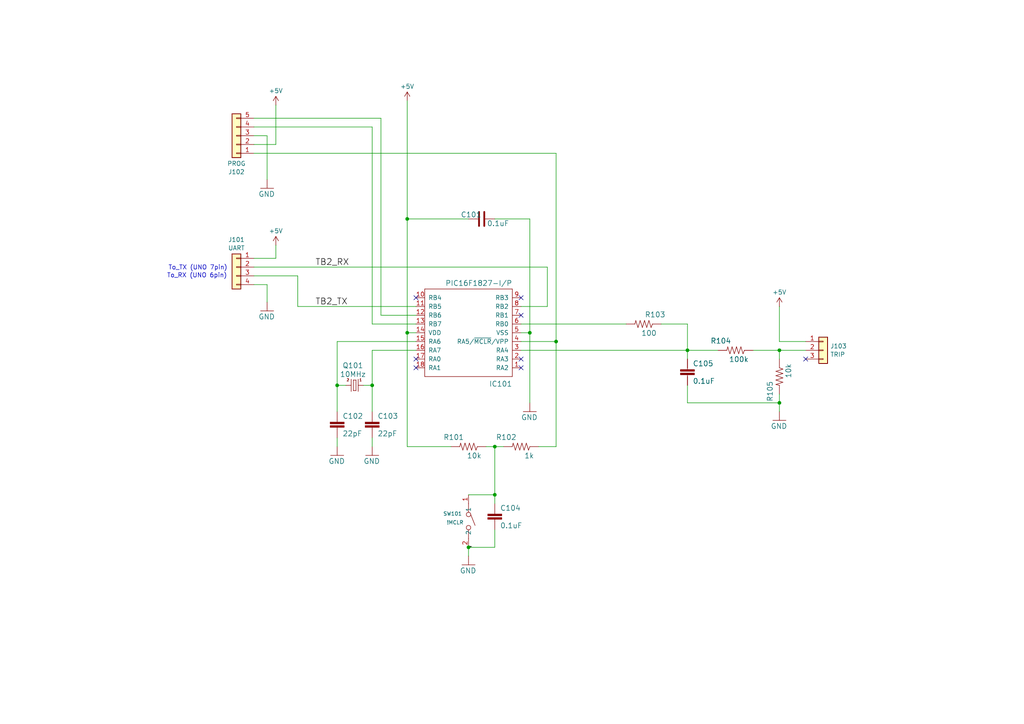
<source format=kicad_sch>
(kicad_sch (version 20231120) (generator "eeschema") (generator_version "8.0")
  (paper "A4")
  (title_block (title "M252 TB2 adapter for M302") (date "2024-12-12") (rev "2.00") (company "YS Lab") (comment 1 "for VOLTERA machine"))
  (lib_symbols
    (symbol "001-eagle-import:C2,5-3" (pin_names (offset 1.016))
      (property "Reference" "C" (at 1.524 0.381 0))
      (property "Value" "C2,5-3" (at 1.524 -4.699 0))
      (symbol "C2,5-3_1_0"
        (rectangle (start -2.032 -2.032) (end 2.032 -1.524) (fill (type outline)))
        (rectangle (start -2.032 -1.016) (end 2.032 -0.508) (fill (type outline)))
        (polyline (pts (xy 0 -2.54) (xy 0 -2.032)))
        (polyline (pts (xy 0 0) (xy 0 -0.508)))
        (pin passive line (at 0 2.54 270) (length 2.54) (name "1") (number "1"))
        (pin passive line (at 0 -5.08 90) (length 2.54) (name "2") (number "2"))
      )
    )
    (symbol "001-eagle-import:CRYSTALHC49S" (pin_names (offset 1.016))
      (property "Reference" "Q" (at 2.54 1.016 0))
      (property "Value" "CRYSTALHC49S" (at 2.54 -2.54 0))
      (symbol "CRYSTALHC49S_1_0"
        (polyline (pts (xy -2.54 0) (xy -1.016 0)))
        (polyline (pts (xy -1.016 1.778) (xy -1.016 -1.778)))
        (polyline (pts (xy -0.381 -1.524) (xy 0.381 -1.524)))
        (polyline (pts (xy -0.381 1.524) (xy -0.381 -1.524)))
        (polyline (pts (xy 0.381 -1.524) (xy 0.381 1.524)))
        (polyline (pts (xy 0.381 1.524) (xy -0.381 1.524)))
        (polyline (pts (xy 1.016 0) (xy 2.54 0)))
        (polyline (pts (xy 1.016 1.778) (xy 1.016 -1.778)))
        (text "1" (at -2.159 -1.143 0) (effects (font (size 0.7112 0.7112)) (justify left bottom)))
        (text "2" (at 1.524 -1.143 0) (effects (font (size 0.7112 0.7112)) (justify left bottom)))
        (pin passive line (at -2.54 0 0) (length 0) (name "1") (number "1"))
        (pin passive line (at 2.54 0 180) (length 0) (name "2") (number "2"))
      )
    )
    (symbol "001-eagle-import:DIP-BUTTON(2P-6.0X3.0X4.3MM)-TS-1101F" (pin_names (offset 1.016))
      (property "Reference" "SW" (at -7.62 1.27 0))
      (property "Value" "DIP-BUTTON(2P-6.0X3.0X4.3MM)-TS-1101F" (at 1.27 1.27 0))
      (symbol "DIP-BUTTON(2P-6.0X3.0X4.3MM)-TS-1101F_1_0"
        (circle (center -1.905 0) (radius 0.635) (stroke (width 0.1524)))
        (polyline (pts (xy -5.08 0) (xy -2.54 0)))
        (polyline (pts (xy -1.905 0.635) (xy 1.27 1.905)))
        (polyline (pts (xy 2.54 0) (xy 5.08 0)))
        (circle (center 1.905 0) (radius 0.635) (stroke (width 0.1524)))
        (pin bidirectional line (at -7.62 0 0) (length 2.54) (name "1") (number "1"))
        (pin bidirectional line (at 7.62 0 180) (length 2.54) (name "2") (number "2"))
      )
    )
    (symbol "001-eagle-import:GND" (power) (pin_names (offset 1.016))
      (property "Value" "GND" (at -2.54 -2.54 0))
      (symbol "GND_1_0"
        (polyline (pts (xy -1.905 0) (xy 1.905 0)))
        (pin power_in line (at 0 2.54 270) (length 2.54) (name "GND") (number "1"))
      )
    )
    (symbol "001-eagle-import:PIC16F1826_27P" (pin_names (offset 1.016))
      (property "Reference" "IC" (at -12.7 13.97 0))
      (property "Value" "PIC16F1826_27P" (at -12.7 -15.24 0))
      (symbol "PIC16F1826_27P_1_0"
        (polyline (pts (xy -12.7 -12.7) (xy -12.7 12.7)))
        (polyline (pts (xy -12.7 12.7) (xy 12.7 12.7)))
        (polyline (pts (xy 12.7 -12.7) (xy -12.7 -12.7)))
        (polyline (pts (xy 12.7 12.7) (xy 12.7 -12.7)))
        (pin bidirectional line (at -15.24 10.16 0) (length 2.54) (name "RA2") (number "1"))
        (pin bidirectional line (at 15.24 -10.16 180) (length 2.54) (name "RB4") (number "10"))
        (pin bidirectional line (at 15.24 -7.62 180) (length 2.54) (name "RB5") (number "11"))
        (pin bidirectional line (at 15.24 -5.08 180) (length 2.54) (name "RB6") (number "12"))
        (pin bidirectional line (at 15.24 -2.54 180) (length 2.54) (name "RB7") (number "13"))
        (pin power_in line (at 15.24 0 180) (length 2.54) (name "VDD") (number "14"))
        (pin bidirectional line (at 15.24 2.54 180) (length 2.54) (name "RA6") (number "15"))
        (pin bidirectional line (at 15.24 5.08 180) (length 2.54) (name "RA7") (number "16"))
        (pin bidirectional line (at 15.24 7.62 180) (length 2.54) (name "RA0") (number "17"))
        (pin bidirectional line (at 15.24 10.16 180) (length 2.54) (name "RA1") (number "18"))
        (pin bidirectional line (at -15.24 7.62 0) (length 2.54) (name "RA3") (number "2"))
        (pin bidirectional line (at -15.24 5.08 0) (length 2.54) (name "RA4") (number "3"))
        (pin bidirectional line (at -15.24 2.54 0) (length 2.54) (name "RA5/~{MCLR}/VPP") (number "4"))
        (pin power_in line (at -15.24 0 0) (length 2.54) (name "VSS") (number "5"))
        (pin bidirectional line (at -15.24 -2.54 0) (length 2.54) (name "RB0") (number "6"))
        (pin bidirectional line (at -15.24 -5.08 0) (length 2.54) (name "RB1") (number "7"))
        (pin bidirectional line (at -15.24 -7.62 0) (length 2.54) (name "RB2") (number "8"))
        (pin bidirectional line (at -15.24 -10.16 0) (length 2.54) (name "RB3") (number "9"))
      )
    )
    (symbol "001-eagle-import:R-US_0204_7" (pin_names (offset 1.016))
      (property "Reference" "R" (at -3.81 1.4986 0))
      (property "Value" "R-US_0204_7" (at -3.81 -3.302 0))
      (symbol "R-US_0204_7_1_0"
        (polyline (pts (xy -2.54 0) (xy -2.159 1.016)))
        (polyline (pts (xy -2.159 1.016) (xy -1.524 -1.016)))
        (polyline (pts (xy -1.524 -1.016) (xy -0.889 1.016)))
        (polyline (pts (xy -0.889 1.016) (xy -0.254 -1.016)))
        (polyline (pts (xy -0.254 -1.016) (xy 0.381 1.016)))
        (polyline (pts (xy 0.381 1.016) (xy 1.016 -1.016)))
        (polyline (pts (xy 1.016 -1.016) (xy 1.651 1.016)))
        (polyline (pts (xy 1.651 1.016) (xy 2.286 -1.016)))
        (polyline (pts (xy 2.286 -1.016) (xy 2.54 0)))
        (pin passive line (at -5.08 0 0) (length 2.54) (name "1") (number "1"))
        (pin passive line (at 5.08 0 180) (length 2.54) (name "2") (number "2"))
      )
    )
    (symbol "Connector_Generic:Conn_01x03" (pin_names (offset 1.016) hide)
      (property "Reference" "J" (at 0 5.08 0))
      (property "Value" "Conn_01x03" (at 0 -5.08 0))
      (symbol "Conn_01x03_1_1"
        (rectangle (start -1.27 -2.413) (end 0 -2.667) (stroke (width 0.1524)))
        (rectangle (start -1.27 0.127) (end 0 -0.127) (stroke (width 0.1524)))
        (rectangle (start -1.27 2.667) (end 0 2.413) (stroke (width 0.1524)))
        (rectangle (start -1.27 3.81) (end 1.27 -3.81) (stroke (width 0.254)) (fill (type background)))
        (pin passive line (at -5.08 2.54 0) (length 3.81) (name "Pin_1") (number "1"))
        (pin passive line (at -5.08 0 0) (length 3.81) (name "Pin_2") (number "2"))
        (pin passive line (at -5.08 -2.54 0) (length 3.81) (name "Pin_3") (number "3"))
      )
    )
    (symbol "Connector_Generic:Conn_01x04" (pin_names (offset 1.016) hide)
      (property "Reference" "J" (at 0 5.08 0))
      (property "Value" "Conn_01x04" (at 0 -7.62 0))
      (symbol "Conn_01x04_1_1"
        (rectangle (start -1.27 -4.953) (end 0 -5.207) (stroke (width 0.1524)))
        (rectangle (start -1.27 -2.413) (end 0 -2.667) (stroke (width 0.1524)))
        (rectangle (start -1.27 0.127) (end 0 -0.127) (stroke (width 0.1524)))
        (rectangle (start -1.27 2.667) (end 0 2.413) (stroke (width 0.1524)))
        (rectangle (start -1.27 3.81) (end 1.27 -6.35) (stroke (width 0.254)) (fill (type background)))
        (pin passive line (at -5.08 2.54 0) (length 3.81) (name "Pin_1") (number "1"))
        (pin passive line (at -5.08 0 0) (length 3.81) (name "Pin_2") (number "2"))
        (pin passive line (at -5.08 -2.54 0) (length 3.81) (name "Pin_3") (number "3"))
        (pin passive line (at -5.08 -5.08 0) (length 3.81) (name "Pin_4") (number "4"))
      )
    )
    (symbol "Connector_Generic:Conn_01x05" (pin_names (offset 1.016) hide)
      (property "Reference" "J" (at 0 7.62 0))
      (property "Value" "Conn_01x05" (at 0 -7.62 0))
      (symbol "Conn_01x05_1_1"
        (rectangle (start -1.27 -4.953) (end 0 -5.207) (stroke (width 0.1524)))
        (rectangle (start -1.27 -2.413) (end 0 -2.667) (stroke (width 0.1524)))
        (rectangle (start -1.27 0.127) (end 0 -0.127) (stroke (width 0.1524)))
        (rectangle (start -1.27 2.667) (end 0 2.413) (stroke (width 0.1524)))
        (rectangle (start -1.27 5.207) (end 0 4.953) (stroke (width 0.1524)))
        (rectangle (start -1.27 6.35) (end 1.27 -6.35) (stroke (width 0.254)) (fill (type background)))
        (pin passive line (at -5.08 5.08 0) (length 3.81) (name "Pin_1") (number "1"))
        (pin passive line (at -5.08 2.54 0) (length 3.81) (name "Pin_2") (number "2"))
        (pin passive line (at -5.08 0 0) (length 3.81) (name "Pin_3") (number "3"))
        (pin passive line (at -5.08 -2.54 0) (length 3.81) (name "Pin_4") (number "4"))
        (pin passive line (at -5.08 -5.08 0) (length 3.81) (name "Pin_5") (number "5"))
      )
    )
    (symbol "Device:C" (pin_numbers hide) (pin_names (offset 0.254))
      (property "Reference" "C" (at 0.635 2.54 0))
      (property "Value" "C" (at 0.635 -2.54 0))
      (symbol "C_0_1"
        (polyline (pts (xy -2.032 -0.762) (xy 2.032 -0.762)) (stroke (width 0.508)))
        (polyline (pts (xy -2.032 0.762) (xy 2.032 0.762)) (stroke (width 0.508)))
      )
      (symbol "C_1_1"
        (pin passive line (at 0 3.81 270) (length 2.794) (name "~") (number "1"))
        (pin passive line (at 0 -3.81 90) (length 2.794) (name "~") (number "2"))
      )
    )
    (symbol "power:+5V" (power) (pin_numbers hide) (pin_names (offset 0) hide)
      (property "Value" "+5V" (at 0 3.556 0))
      (symbol "+5V_0_1"
        (polyline (pts (xy -0.762 1.27) (xy 0 2.54)))
        (polyline (pts (xy 0 0) (xy 0 2.54)))
        (polyline (pts (xy 0 2.54) (xy 0.762 1.27)))
      )
      (symbol "+5V_1_1"
        (pin power_in line (at 0 0 90) (length 0) (name "~") (number "1"))
      )
    )
  )
  (junction (at 97.79 111.76))
  (junction (at 153.67 96.52))
  (junction (at 118.11 96.52))
  (junction (at 143.51 143.51))
  (junction (at 199.39 101.6))
  (junction (at 226.06 101.6))
  (junction (at 135.89 158.75))
  (junction (at 107.95 111.76))
  (junction (at 161.29 99.06))
  (junction (at 118.11 63.5))
  (junction (at 226.06 116.84))
  (junction (at 143.51 129.54))
  (no_connect (at 120.65 86.36))
  (no_connect (at 120.65 106.68))
  (no_connect (at 151.13 86.36))
  (no_connect (at 151.13 106.68))
  (no_connect (at 120.65 104.14))
  (no_connect (at 151.13 91.44))
  (no_connect (at 151.13 104.14))
  (no_connect (at 233.68 104.14))
  (wire (pts (xy 110.49 34.29) (xy 110.49 91.44)))
  (wire (pts (xy 73.66 44.45) (xy 161.29 44.45)))
  (wire (pts (xy 107.95 111.76) (xy 107.95 101.6)))
  (wire (pts (xy 143.51 158.75) (xy 135.89 158.75)))
  (wire (pts (xy 120.65 101.6) (xy 107.95 101.6)))
  (wire (pts (xy 226.06 116.84) (xy 226.06 114.3)))
  (wire (pts (xy 143.51 129.54) (xy 143.51 143.51)))
  (wire (pts (xy 153.67 96.52) (xy 153.67 116.84)))
  (wire (pts (xy 118.11 96.52) (xy 120.65 96.52)))
  (wire (pts (xy 118.11 63.5) (xy 118.11 96.52)))
  (wire (pts (xy 86.36 88.9) (xy 120.65 88.9)))
  (wire (pts (xy 107.95 127) (xy 107.95 129.54)))
  (wire (pts (xy 100.33 111.76) (xy 97.79 111.76)))
  (wire (pts (xy 73.66 82.55) (xy 77.47 82.55)))
  (wire (pts (xy 161.29 129.54) (xy 161.29 99.06)))
  (wire (pts (xy 226.06 99.06) (xy 233.68 99.06)))
  (wire (pts (xy 73.66 80.01) (xy 86.36 80.01)))
  (wire (pts (xy 135.89 143.51) (xy 143.51 143.51)))
  (wire (pts (xy 181.61 93.98) (xy 151.13 93.98)))
  (wire (pts (xy 107.95 36.83) (xy 73.66 36.83)))
  (wire (pts (xy 73.66 39.37) (xy 77.47 39.37)))
  (wire (pts (xy 143.51 153.67) (xy 143.51 158.75)))
  (wire (pts (xy 80.01 71.12) (xy 80.01 74.93)))
  (wire (pts (xy 140.97 129.54) (xy 143.51 129.54)))
  (wire (pts (xy 153.67 63.5) (xy 153.67 96.52)))
  (wire (pts (xy 226.06 88.9) (xy 226.06 99.06)))
  (wire (pts (xy 73.66 77.47) (xy 158.75 77.47)))
  (wire (pts (xy 135.89 63.5) (xy 118.11 63.5)))
  (wire (pts (xy 161.29 44.45) (xy 161.29 99.06)))
  (wire (pts (xy 107.95 93.98) (xy 120.65 93.98)))
  (wire (pts (xy 77.47 39.37) (xy 77.47 52.07)))
  (wire (pts (xy 143.51 63.5) (xy 153.67 63.5)))
  (wire (pts (xy 156.21 129.54) (xy 161.29 129.54)))
  (wire (pts (xy 208.28 101.6) (xy 199.39 101.6)))
  (wire (pts (xy 135.89 158.75) (xy 135.89 161.29)))
  (wire (pts (xy 110.49 34.29) (xy 73.66 34.29)))
  (wire (pts (xy 80.01 74.93) (xy 73.66 74.93)))
  (wire (pts (xy 199.39 93.98) (xy 191.77 93.98)))
  (wire (pts (xy 226.06 101.6) (xy 233.68 101.6)))
  (wire (pts (xy 107.95 119.38) (xy 107.95 111.76)))
  (wire (pts (xy 199.39 101.6) (xy 199.39 93.98)))
  (wire (pts (xy 226.06 119.38) (xy 226.06 116.84)))
  (wire (pts (xy 151.13 99.06) (xy 161.29 99.06)))
  (wire (pts (xy 73.66 41.91) (xy 80.01 41.91)))
  (wire (pts (xy 199.39 111.76) (xy 199.39 116.84)))
  (wire (pts (xy 199.39 104.14) (xy 199.39 101.6)))
  (wire (pts (xy 143.51 146.05) (xy 143.51 143.51)))
  (wire (pts (xy 97.79 99.06) (xy 97.79 111.76)))
  (wire (pts (xy 107.95 36.83) (xy 107.95 93.98)))
  (wire (pts (xy 120.65 91.44) (xy 110.49 91.44)))
  (wire (pts (xy 80.01 30.48) (xy 80.01 41.91)))
  (wire (pts (xy 97.79 127) (xy 97.79 129.54)))
  (wire (pts (xy 77.47 82.55) (xy 77.47 87.63)))
  (wire (pts (xy 158.75 88.9) (xy 151.13 88.9)))
  (wire (pts (xy 97.79 99.06) (xy 120.65 99.06)))
  (wire (pts (xy 199.39 116.84) (xy 226.06 116.84)))
  (wire (pts (xy 218.44 101.6) (xy 226.06 101.6)))
  (wire (pts (xy 158.75 77.47) (xy 158.75 88.9)))
  (wire (pts (xy 118.11 96.52) (xy 118.11 129.54)))
  (wire (pts (xy 86.36 80.01) (xy 86.36 88.9)))
  (wire (pts (xy 151.13 101.6) (xy 199.39 101.6)))
  (wire (pts (xy 226.06 104.14) (xy 226.06 101.6)))
  (wire (pts (xy 153.67 96.52) (xy 151.13 96.52)))
  (wire (pts (xy 143.51 129.54) (xy 146.05 129.54)))
  (wire (pts (xy 118.11 129.54) (xy 130.81 129.54)))
  (wire (pts (xy 97.79 111.76) (xy 97.79 119.38)))
  (wire (pts (xy 105.41 111.76) (xy 107.95 111.76)))
  (wire (pts (xy 118.11 29.21) (xy 118.11 63.5)))
  (text "To_TX (UNO 7pin)" (at 57.404 77.724 0) (effects (font (size 1.27 1.27))))
  (text "To_RX (UNO 6pin)" (at 57.15 80.01 0) (effects (font (size 1.27 1.27))))
  (label "GND" (at 135.89 158.75 0) (effects (font (size 0.254 0.254))))
  (label "TB2_TX" (at 91.44 88.9 0) (effects (font (size 1.778 1.778))))
  (label "TB2_RX" (at 91.44 77.47 0) (effects (font (size 1.778 1.778))))
  (symbol (lib_id "001-eagle-import:GND") (at 97.79 132.08 0) (unit 1)
    (property "Reference" "#GND0103" (effects (hide yes)))
    (property "Value" "GND" (at 95.25 134.62 0) (effects (font (size 1.4986 1.4986)) (justify left bottom)))
  )
  (symbol (lib_id "001-eagle-import:R-US_0204_7") (at 213.36 101.6 180) (unit 1)
    (property "Reference" "R104" (at 212.09 98.0186 0) (effects (font (size 1.4986 1.4986)) (justify left bottom)))
    (property "Value" "100k" (at 217.17 103.378 0) (effects (font (size 1.4986 1.4986)) (justify left bottom)))
    (property "Footprint" "Resistor_THT:R_Axial_DIN0207_L6.3mm_D2.5mm_P7.62mm_Horizontal" (effects (hide yes)))
  )
  (symbol (lib_id "001-eagle-import:GND") (at 77.47 54.61 0) (unit 1)
    (property "Reference" "#GND0105" (effects (hide yes)))
    (property "Value" "GND" (at 74.93 57.15 0) (effects (font (size 1.4986 1.4986)) (justify left bottom)))
  )
  (symbol (lib_id "001-eagle-import:R-US_0204_7") (at 186.69 93.98 180) (unit 1)
    (property "Reference" "R103" (at 193.04 90.3986 0) (effects (font (size 1.4986 1.4986)) (justify left bottom)))
    (property "Value" "100" (at 190.5 95.758 0) (effects (font (size 1.4986 1.4986)) (justify left bottom)))
    (property "Footprint" "Resistor_THT:R_Axial_DIN0207_L6.3mm_D2.5mm_P7.62mm_Horizontal" (effects (hide yes)))
  )
  (symbol (lib_id "001-eagle-import:CRYSTALHC49S") (at 102.87 111.76 180) (unit 1)
    (property "Reference" "Q101" (at 105.41 105.156 0) (effects (font (size 1.4986 1.4986)) (justify left bottom)))
    (property "Value" "10MHz" (at 106.172 107.696 0) (effects (font (size 1.4986 1.4986)) (justify left bottom)))
    (property "Footprint" "Crystal:Crystal_HC49-4H_Vertical" (effects (hide yes)))
  )
  (symbol (lib_id "001-eagle-import:C2,5-3") (at 97.79 121.92 0) (unit 1)
    (property "Reference" "C102" (at 99.314 121.539 0) (effects (font (size 1.4986 1.4986)) (justify left bottom)))
    (property "Value" "22pF" (at 99.314 126.619 0) (effects (font (size 1.4986 1.4986)) (justify left bottom)))
    (property "Footprint" "Capacitor_THT:C_Disc_D3.0mm_W2.0mm_P2.50mm" (effects (hide yes)))
  )
  (symbol (lib_id "001-eagle-import:C2,5-3") (at 107.95 121.92 0) (unit 1)
    (property "Reference" "C103" (at 109.474 121.539 0) (effects (font (size 1.4986 1.4986)) (justify left bottom)))
    (property "Value" "22pF" (at 109.474 126.619 0) (effects (font (size 1.4986 1.4986)) (justify left bottom)))
    (property "Footprint" "Capacitor_THT:C_Disc_D3.0mm_W2.0mm_P2.50mm" (effects (hide yes)))
  )
  (symbol (lib_id "001-eagle-import:GND") (at 107.95 132.08 0) (unit 1)
    (property "Reference" "#GND0104" (effects (hide yes)))
    (property "Value" "GND" (at 105.41 134.62 0) (effects (font (size 1.4986 1.4986)) (justify left bottom)))
  )
  (symbol (lib_id "001-eagle-import:R-US_0204_7") (at 135.89 129.54 180) (unit 1)
    (property "Reference" "R101" (at 134.62 125.9586 0) (effects (font (size 1.4986 1.4986)) (justify left bottom)))
    (property "Value" "10k" (at 139.7 131.318 0) (effects (font (size 1.4986 1.4986)) (justify left bottom)))
    (property "Footprint" "Resistor_THT:R_Axial_DIN0207_L6.3mm_D2.5mm_P7.62mm_Horizontal" (effects (hide yes)))
  )
  (symbol (lib_id "001-eagle-import:R-US_0204_7") (at 226.06 109.22 270) (unit 1)
    (property "Reference" "R105" (at 222.4786 110.49 0) (effects (font (size 1.4986 1.4986)) (justify left bottom)))
    (property "Value" "10k" (at 227.838 105.41 0) (effects (font (size 1.4986 1.4986)) (justify left bottom)))
    (property "Footprint" "Resistor_THT:R_Axial_DIN0207_L6.3mm_D2.5mm_P7.62mm_Horizontal" (effects (hide yes)))
  )
  (symbol (lib_id "001-eagle-import:GND") (at 135.89 163.83 0) (unit 1)
    (property "Reference" "#GND0107" (effects (hide yes)))
    (property "Value" "GND" (at 133.35 166.37 0) (effects (font (size 1.4986 1.4986)) (justify left bottom)))
  )
  (symbol (lib_id "001-eagle-import:DIP-BUTTON(2P-6.0X3.0X4.3MM)-TS-1101F") (at 135.89 151.13 270) (unit 1)
    (property "Reference" "SW101" (at 128.524 149.606 90) (effects (font (size 1.0668 1.0668)) (justify left bottom)))
    (property "Value" "!MCLR" (at 129.54 152.146 90) (effects (font (size 1.0668 1.0668)) (justify left bottom)))
    (property "Footprint" "HOLLY2:TVDT18-050" (effects (hide yes)))
  )
  (symbol (lib_id "001-eagle-import:PIC16F1826_27P") (at 135.89 96.52 180) (unit 1)
    (property "Reference" "IC101" (at 148.59 110.49 0) (effects (font (size 1.4986 1.4986)) (justify left bottom)))
    (property "Value" "PIC16F1827-I/P" (at 148.59 81.28 0) (effects (font (size 1.4986 1.4986)) (justify left bottom)))
    (property "Footprint" "Package_DIP:DIP-18_W7.62mm_Socket_LongPads" (effects (hide yes)))
  )
  (symbol (lib_id "001-eagle-import:C2,5-3") (at 143.51 148.59 0) (unit 1)
    (property "Reference" "C104" (at 145.034 148.209 0) (effects (font (size 1.4986 1.4986)) (justify left bottom)))
    (property "Value" "0.1uF" (at 145.034 153.289 0) (effects (font (size 1.4986 1.4986)) (justify left bottom)))
    (property "Footprint" "Capacitor_THT:C_Disc_D3.0mm_W2.0mm_P2.50mm" (effects (hide yes)))
  )
  (symbol (lib_id "001-eagle-import:GND") (at 226.06 121.92 0) (unit 1)
    (property "Reference" "#GND0106" (effects (hide yes)))
    (property "Value" "GND" (at 223.52 124.46 0) (effects (font (size 1.4986 1.4986)) (justify left bottom)))
  )
  (symbol (lib_id "001-eagle-import:C2,5-3") (at 199.39 106.68 0) (unit 1)
    (property "Reference" "C105" (at 200.914 106.299 0) (effects (font (size 1.4986 1.4986)) (justify left bottom)))
    (property "Value" "0.1uF" (at 200.914 111.379 0) (effects (font (size 1.4986 1.4986)) (justify left bottom)))
    (property "Footprint" "Capacitor_THT:C_Disc_D3.0mm_W2.0mm_P2.50mm" (effects (hide yes)))
  )
  (symbol (lib_id "001-eagle-import:R-US_0204_7") (at 151.13 129.54 180) (unit 1)
    (property "Reference" "R102" (at 149.86 125.9586 0) (effects (font (size 1.4986 1.4986)) (justify left bottom)))
    (property "Value" "1k" (at 154.94 131.318 0) (effects (font (size 1.4986 1.4986)) (justify left bottom)))
    (property "Footprint" "Resistor_THT:R_Axial_DIN0207_L6.3mm_D2.5mm_P7.62mm_Horizontal" (effects (hide yes)))
  )
  (symbol (lib_id "Device:C") (at 139.7 63.5 270) (unit 1)
    (property "Reference" "C101" (at 133.604 63.119 90) (effects (font (size 1.4986 1.4986)) (justify left bottom)))
    (property "Value" "0.1uF" (at 141.224 65.659 90) (effects (font (size 1.4986 1.4986)) (justify left bottom)))
    (property "Footprint" "Capacitor_THT:C_Disc_D3.0mm_W2.0mm_P2.50mm" (effects (hide yes)))
  )
  (symbol (lib_id "Connector_Generic:Conn_01x03") (at 238.76 101.6 0) (unit 1)
    (property "Reference" "J103" (at 240.792 100.3878 0) (effects (justify left)))
    (property "Value" "TRIP" (at 240.792 102.8121 0) (effects (justify left)))
    (property "Footprint" "Connector_JST:JST_XH_B3B-XH-AM_1x03_P2.50mm_Vertical" (effects (hide yes)))
    (property "Description" "Generic connector, single row, 01x03, script generated (kicad-library-utils/schlib/autogen/connector/)" (effects (hide yes)))
  )
  (symbol (lib_id "Connector_Generic:Conn_01x04") (at 68.58 77.47 0) (mirror y) (unit 1)
    (property "Reference" "J101" (at 68.58 69.5155 0))
    (property "Value" "UART" (at 68.58 71.9398 0))
    (property "Footprint" "Connector_JST:JST_XH_B4B-XH-AM_1x04_P2.50mm_Vertical" (effects (hide yes)))
    (property "Description" "Generic connector, single row, 01x04, script generated (kicad-library-utils/schlib/autogen/connector/)" (effects (hide yes)))
  )
  (symbol (lib_id "001-eagle-import:GND") (at 77.47 90.17 0) (unit 1)
    (property "Reference" "#GND0102" (effects (hide yes)))
    (property "Value" "GND" (at 74.93 92.71 0) (effects (font (size 1.4986 1.4986)) (justify left bottom)))
  )
  (symbol (lib_id "power:+5V") (at 226.06 88.9 0) (unit 1)
    (property "Reference" "#PWR0101" (effects (hide yes)))
    (property "Value" "+5V" (at 226.06 84.7669 0))
    (property "Description" "Power symbol creates a global label with name \"+5V\"" (effects (hide yes)))
  )
  (symbol (lib_id "power:+5V") (at 80.01 30.48 0) (unit 1)
    (property "Reference" "#PWR0102" (effects (hide yes)))
    (property "Value" "+5V" (at 80.01 26.3469 0))
    (property "Description" "Power symbol creates a global label with name \"+5V\"" (effects (hide yes)))
  )
  (symbol (lib_id "Connector_Generic:Conn_01x05") (at 68.58 39.37 180) (unit 1)
    (property "Reference" "J102" (at 68.58 49.8645 0))
    (property "Value" "PROG" (at 68.58 47.4402 0))
    (property "Footprint" "Connector_PinHeader_2.54mm:PinHeader_1x05_P2.54mm_Vertical" (effects (hide yes)))
  )
  (symbol (lib_id "power:+5V") (at 80.01 71.12 0) (unit 1)
    (property "Reference" "#PWR0105" (effects (hide yes)))
    (property "Value" "+5V" (at 80.01 66.9869 0))
    (property "Description" "Power symbol creates a global label with name \"+5V\"" (effects (hide yes)))
  )
  (symbol (lib_id "001-eagle-import:GND") (at 153.67 119.38 0) (unit 1)
    (property "Reference" "#GND0101" (effects (hide yes)))
    (property "Value" "GND" (at 151.13 121.92 0) (effects (font (size 1.4986 1.4986)) (justify left bottom)))
  )
  (symbol (lib_id "power:+5V") (at 118.11 29.21 0) (unit 1)
    (property "Reference" "#PWR0103" (effects (hide yes)))
    (property "Value" "+5V" (at 118.11 25.0769 0))
    (property "Description" "Power symbol creates a global label with name \"+5V\"" (effects (hide yes)))
  )
)
</source>
